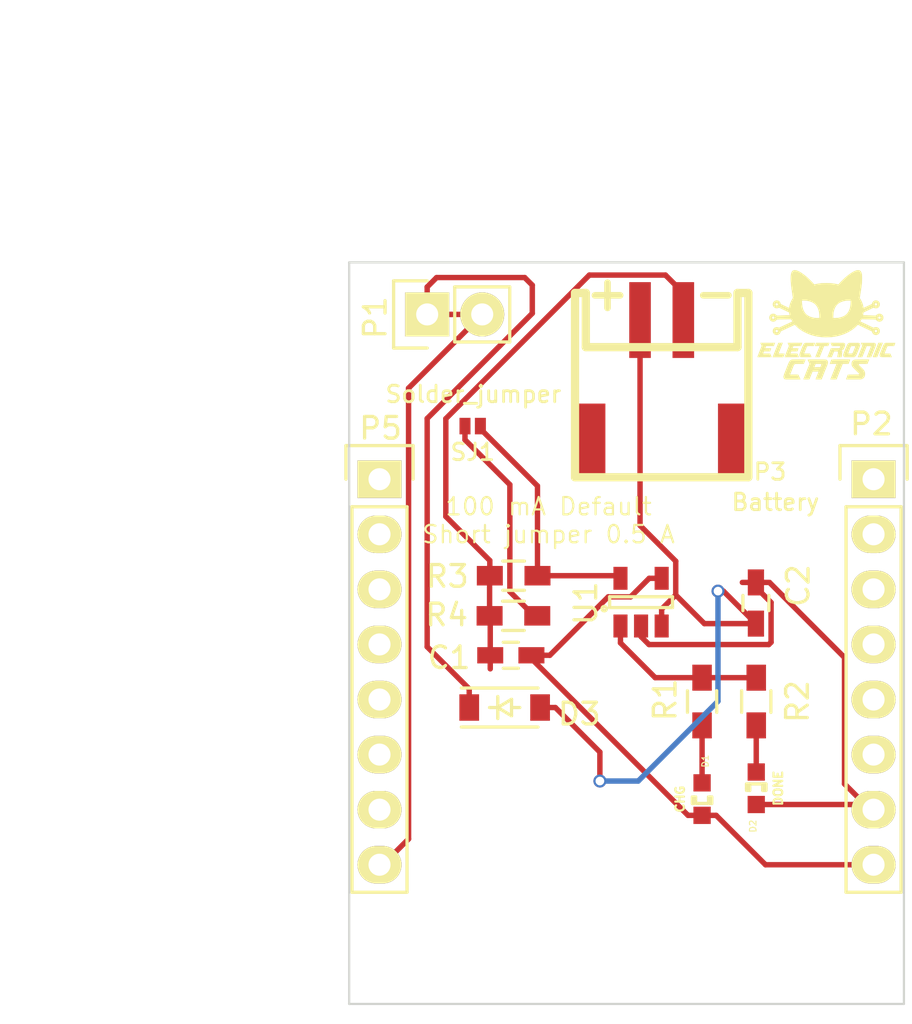
<source format=kicad_pcb>
(kicad_pcb (version 20221018) (generator pcbnew)
  (title_block (title "WemoBackpackLipo") (date "2016-05-07") (rev "1.2") (company "ElectronicCats") (comment 1 "Wero1414") (comment 2 "Sabas"))
  (layers (0 "F.Cu" signal) (31 "B.Cu" signal) (34 "B.Paste" user) (35 "F.Paste" user) (36 "B.SilkS" user "B.Silkscreen") (37 "F.SilkS" user "F.Silkscreen") (38 "B.Mask" user) (39 "F.Mask" user) (44 "Edge.Cuts" user))
  (net 0 "")
  (net 1 "+5V")
  (net 2 "GND")
  (net 3 "/VBat")
  (net 4 "+3V3")
  (net 5 "/TX")
  (net 6 "/RX")
  (net 7 "/D1")
  (net 8 "/D2")
  (net 9 "/D3")
  (net 10 "/D4")
  (net 11 "/RST")
  (net 12 "/A0")
  (net 13 "/D0")
  (net 14 "/D5")
  (net 15 "/D6")
  (net 16 "/D7")
  (net 17 "/D8")
  (net 18 "Net-(R1-Pad1)")
  (net 19 "Net-(D1-Pad1)")
  (net 20 "Net-(D2-Pad2)")
  (net 21 "Net-(R3-Pad2)")
  (net 22 "Net-(R4-Pad2)")
  (footprint "Capacitors_SMD:C_0603_HandSoldering" (layer "F.Cu") (at 141.46 112.92 180)
    (fp_text reference "C1" (at 2.85 -0.11 180) (layer "F.SilkS"))
    (fp_text value "10uF")
    (pad "1" smd rect (at -0.95 0 180) (size 1.2 0.75) (layers "F.Cu" "F.Paste" "F.Mask") (net 1 "+5V"))
    (pad "2" smd rect (at 0.95 0 180) (size 1.2 0.75) (layers "F.Cu" "F.Paste" "F.Mask") (net 2 "GND"))
  )
  (footprint "Capacitors_SMD:C_0603_HandSoldering" (layer "F.Cu") (at 152.77 110.51 90)
    (fp_text reference "C2" (at 0.8 1.95 90) (layer "F.SilkS"))
    (fp_text value "10uF")
    (pad "1" smd rect (at -0.95 0 90) (size 1.2 0.75) (layers "F.Cu" "F.Paste" "F.Mask") (net 3 "/VBat"))
    (pad "2" smd rect (at 0.95 0 90) (size 1.2 0.75) (layers "F.Cu" "F.Paste" "F.Mask") (net 2 "GND"))
  )
  (footprint "Diodes_SMD:SOD-123" (layer "F.Cu") (at 141.175 115.33)
    (fp_text reference "D3" (at 3.445 0.3) (layer "F.SilkS"))
    (fp_text value "MBR120")
    (pad "1" smd rect (at -1.635 0) (size 0.91 1.22) (layers "F.Cu" "F.Paste" "F.Mask") (net 4 "+3V3"))
    (pad "2" smd rect (at 1.635 0) (size 0.91 1.22) (layers "F.Cu" "F.Paste" "F.Mask") (net 3 "/VBat"))
  )
  (footprint "Pin_Headers:Pin_Header_Straight_1x02" (layer "F.Cu") (at 137.6 97.2 90)
    (fp_text reference "P1" (at -0.15 -2.4 90) (layer "F.SilkS"))
    (fp_text value "Switch")
    (pad "1" thru_hole rect (at 0 0 90) (size 2.032 2.032) (drill 1.016) (layers "*.Cu" "*.Mask" "F.SilkS") (net 4 "+3V3"))
    (pad "2" thru_hole oval (at 0 2.54 90) (size 2.032 2.032) (drill 1.016) (layers "*.Cu" "*.Mask" "F.SilkS") (net 4 "+3V3"))
  )
  (footprint "Pin_Headers:Pin_Header_Straight_1x08" (layer "F.Cu") (at 158.2 104.8)
    (fp_text reference "P2" (at -0.1 -2.55) (layer "F.SilkS"))
    (fp_text value "H2")
    (pad "1" thru_hole rect (at 0 0) (size 2.032 1.7272) (drill 1.016) (layers "*.Cu" "*.Mask" "F.SilkS") (net 5 "/TX"))
    (pad "2" thru_hole oval (at 0 2.54) (size 2.032 1.7272) (drill 1.016) (layers "*.Cu" "*.Mask" "F.SilkS") (net 6 "/RX"))
    (pad "3" thru_hole oval (at 0 5.08) (size 2.032 1.7272) (drill 1.016) (layers "*.Cu" "*.Mask" "F.SilkS") (net 7 "/D1"))
    (pad "4" thru_hole oval (at 0 7.62) (size 2.032 1.7272) (drill 1.016) (layers "*.Cu" "*.Mask" "F.SilkS") (net 8 "/D2"))
    (pad "5" thru_hole oval (at 0 10.16) (size 2.032 1.7272) (drill 1.016) (layers "*.Cu" "*.Mask" "F.SilkS") (net 9 "/D3"))
    (pad "6" thru_hole oval (at 0 12.7) (size 2.032 1.7272) (drill 1.016) (layers "*.Cu" "*.Mask" "F.SilkS") (net 10 "/D4"))
    (pad "7" thru_hole oval (at 0 15.24) (size 2.032 1.7272) (drill 1.016) (layers "*.Cu" "*.Mask" "F.SilkS") (net 2 "GND"))
    (pad "8" thru_hole oval (at 0 17.78) (size 2.032 1.7272) (drill 1.016) (layers "*.Cu" "*.Mask" "F.SilkS") (net 1 "+5V"))
  )
  (footprint "open-project:CONN_JST-2_SMD" (layer "F.Cu") (at 148.42178 104.70916)
    (fp_text reference "P3" (at 5 -0.25) (layer "F.SilkS") (effects (font (size 0.762 0.762) (thickness 0.127))))
    (fp_text value "Battery" (at 5.25 1.15) (layer "F.SilkS") (effects (font (size 0.762 0.762) (thickness 0.127))))
    (fp_text user "+" (at -2.49936 -8.49884) (layer "F.SilkS") (effects (font (size 1.524 1.524) (thickness 0.3048))))
    (fp_text user "-" (at 2.49936 -8.49884) (layer "F.SilkS") (effects (font (size 1.524 1.524) (thickness 0.3048))))
    (pad "" smd rect (at -3.34772 -1.69926) (size 1.4986 3.39598) (layers "F.Cu" "F.Paste" "F.Mask"))
    (pad "" smd rect (at 3.34772 -1.69926) (size 1.4986 3.39598) (layers "F.Cu" "F.Paste" "F.Mask"))
    (pad "1" smd rect (at -0.99822 -7.24916) (size 0.99568 3.49758) (layers "F.Cu" "F.Paste" "F.Mask") (net 3 "/VBat"))
    (pad "2" smd rect (at 0.99822 -7.24916) (size 0.99568 3.49758) (layers "F.Cu" "F.Paste" "F.Mask") (net 2 "GND"))
  )
  (footprint "Pin_Headers:Pin_Header_Straight_1x08" (layer "F.Cu") (at 135.4 104.8)
    (fp_text reference "P5" (at 0.05 -2.35) (layer "F.SilkS"))
    (fp_text value "H2")
    (pad "1" thru_hole rect (at 0 0) (size 2.032 1.7272) (drill 1.016) (layers "*.Cu" "*.Mask" "F.SilkS") (net 11 "/RST"))
    (pad "2" thru_hole oval (at 0 2.54) (size 2.032 1.7272) (drill 1.016) (layers "*.Cu" "*.Mask" "F.SilkS") (net 12 "/A0"))
    (pad "3" thru_hole oval (at 0 5.08) (size 2.032 1.7272) (drill 1.016) (layers "*.Cu" "*.Mask" "F.SilkS") (net 13 "/D0"))
    (pad "4" thru_hole oval (at 0 7.62) (size 2.032 1.7272) (drill 1.016) (layers "*.Cu" "*.Mask" "F.SilkS") (net 14 "/D5"))
    (pad "5" thru_hole oval (at 0 10.16) (size 2.032 1.7272) (drill 1.016) (layers "*.Cu" "*.Mask" "F.SilkS") (net 15 "/D6"))
    (pad "6" thru_hole oval (at 0 12.7) (size 2.032 1.7272) (drill 1.016) (layers "*.Cu" "*.Mask" "F.SilkS") (net 16 "/D7"))
    (pad "7" thru_hole oval (at 0 15.24) (size 2.032 1.7272) (drill 1.016) (layers "*.Cu" "*.Mask" "F.SilkS") (net 17 "/D8"))
    (pad "8" thru_hole oval (at 0 17.78) (size 2.032 1.7272) (drill 1.016) (layers "*.Cu" "*.Mask" "F.SilkS") (net 4 "+3V3"))
  )
  (footprint "Resistors_SMD:R_0603_HandSoldering" (layer "F.Cu") (at 150.28575 115.05315 -90)
    (fp_text reference "R1" (at -0.08315 1.70575 270) (layer "F.SilkS"))
    (fp_text value "1K")
    (pad "1" smd rect (at -1.1 0 270) (size 1.2 0.9) (layers "F.Cu" "F.Paste" "F.Mask") (net 18 "Net-(R1-Pad1)"))
    (pad "2" smd rect (at 1.1 0 270) (size 1.2 0.9) (layers "F.Cu" "F.Paste" "F.Mask") (net 19 "Net-(D1-Pad1)"))
  )
  (footprint "Resistors_SMD:R_0603_HandSoldering" (layer "F.Cu") (at 152.78575 115.05315 -90)
    (fp_text reference "R2" (at 0 -1.9 270) (layer "F.SilkS"))
    (fp_text value "1K")
    (pad "1" smd rect (at -1.1 0 270) (size 1.2 0.9) (layers "F.Cu" "F.Paste" "F.Mask") (net 18 "Net-(R1-Pad1)"))
    (pad "2" smd rect (at 1.1 0 270) (size 1.2 0.9) (layers "F.Cu" "F.Paste" "F.Mask") (net 20 "Net-(D2-Pad2)"))
  )
  (footprint "Resistors_SMD:R_0603_HandSoldering" (layer "F.Cu") (at 141.59 109.25)
    (fp_text reference "R3" (at -3.06 0.03) (layer "F.SilkS"))
    (fp_text value "10K")
    (pad "1" smd rect (at -1.1 0) (size 1.2 0.9) (layers "F.Cu" "F.Paste" "F.Mask") (net 2 "GND"))
    (pad "2" smd rect (at 1.1 0) (size 1.2 0.9) (layers "F.Cu" "F.Paste" "F.Mask") (net 21 "Net-(R3-Pad2)"))
  )
  (footprint "Resistors_SMD:R_0603_HandSoldering" (layer "F.Cu") (at 141.58 111.1)
    (fp_text reference "R4" (at -3.08 -0.04 180) (layer "F.SilkS"))
    (fp_text value "2.5K")
    (pad "1" smd rect (at -1.1 0) (size 1.2 0.9) (layers "F.Cu" "F.Paste" "F.Mask") (net 2 "GND"))
    (pad "2" smd rect (at 1.1 0) (size 1.2 0.9) (layers "F.Cu" "F.Paste" "F.Mask") (net 22 "Net-(R4-Pad2)"))
  )
  (footprint "open-project:S_JUMPER_2" (layer "F.Cu") (at 139.7 102.35 180)
    (fp_text reference "SJ1" (at 0 -1.2 180) (layer "F.SilkS") (effects (font (size 0.762 0.762) (thickness 0.127))))
    (fp_text value "Solder_jumper" (at -0.03 1.47 180) (layer "F.SilkS") (effects (font (size 0.762 0.762) (thickness 0.127))))
    (pad "1" smd rect (at -0.3556 0 180) (size 0.508 0.762) (layers "F.Cu" "F.Paste" "F.Mask") (net 21 "Net-(R3-Pad2)") (clearance 0.2032))
    (pad "2" smd rect (at 0.3556 0 180) (size 0.508 0.762) (layers "F.Cu" "F.Paste" "F.Mask") (net 22 "Net-(R4-Pad2)") (clearance 0.2032))
  )
  (footprint "TO_SOT_Packages_SMD:SOT-23-5" (layer "F.Cu") (at 147.47 110.47 90)
    (fp_text reference "U1" (at -0.05 -2.55 90) (layer "F.SilkS"))
    (fp_text value "MCP73831")
    (pad "1" smd rect (at -1.1 -0.95 90) (size 1.06 0.65) (layers "F.Cu" "F.Paste" "F.Mask") (net 18 "Net-(R1-Pad1)"))
    (pad "2" smd rect (at -1.1 0 90) (size 1.06 0.65) (layers "F.Cu" "F.Paste" "F.Mask") (net 2 "GND"))
    (pad "3" smd rect (at -1.1 0.95 90) (size 1.06 0.65) (layers "F.Cu" "F.Paste" "F.Mask") (net 3 "/VBat"))
    (pad "4" smd rect (at 1.1 0.95 90) (size 1.06 0.65) (layers "F.Cu" "F.Paste" "F.Mask") (net 1 "+5V"))
    (pad "5" smd rect (at 1.1 -0.95 90) (size 1.06 0.65) (layers "F.Cu" "F.Paste" "F.Mask") (net 21 "Net-(R3-Pad2)"))
  )
  (footprint "TM:LED-0603" (layer "F.Cu") (at 150.28575 119.55315 -90)
    (fp_text reference "D1" (at -1.75 -0.15 270) (layer "F.SilkS") (effects (font (size 0.3 0.3) (thickness 0.05))))
    (fp_text value "CHG" (at 0 1.016 270) (layer "F.SilkS") (effects (font (size 0.4 0.4) (thickness 0.1))))
    (pad "1" smd rect (at -0.7493 0 270) (size 0.79756 0.79756) (layers "F.Cu" "F.Paste" "F.Mask") (net 19 "Net-(D1-Pad1)"))
    (pad "2" smd rect (at 0.7493 0 270) (size 0.79756 0.79756) (layers "F.Cu" "F.Paste" "F.Mask") (net 1 "+5V"))
  )
  (footprint "TM:LED-0603" (layer "F.Cu") (at 152.78575 119.05315 90)
    (fp_text reference "D2" (at -1.75 -0.15 90) (layer "F.SilkS") (effects (font (size 0.3 0.3) (thickness 0.05))))
    (fp_text value "DONE" (at 0 1.016 90) (layer "F.SilkS") (effects (font (size 0.4 0.4) (thickness 0.1))))
    (pad "1" smd rect (at -0.7493 0 90) (size 0.79756 0.79756) (layers "F.Cu" "F.Paste" "F.Mask") (net 2 "GND"))
    (pad "2" smd rect (at 0.7493 0 90) (size 0.79756 0.79756) (layers "F.Cu" "F.Paste" "F.Mask") (net 20 "Net-(D2-Pad2)"))
  )
  (footprint "theinventorhouse:electronic_cats_logo_4x3" (layer "F.Cu") (at 156.02 97.68)
    (fp_text reference "G***" hide)
    (fp_text value "LOGO" hide)
  )
  (gr_line (start 134 94.8) (end 134 129) (stroke (width 0.1)) (layer "Edge.Cuts"))
  (gr_line (start 159.6 94.8) (end 134 94.8) (stroke (width 0.1)) (layer "Edge.Cuts"))
  (gr_line (start 134 129) (end 159.6 129) (stroke (width 0.1)) (layer "Edge.Cuts"))
  (gr_line (start 159.6 129) (end 159.6 94.8) (stroke (width 0.1)) (layer "Edge.Cuts"))
  (gr_text "100 mA Default\nShort jumper 0.5 A" (at 143.2 106.7) (layer "F.SilkS") (effects (font (size 0.8 0.8) (thickness 0.1))))
  (segment (start 150.28575 120.30245) (end 149.63697 120.30245) (width 0.25) (layer "F.Cu") (net 1))
  (segment (start 150.93453 120.30245) (end 153.21208 122.58) (width 0.25) (layer "F.Cu") (net 1))
  (segment (start 142.41 112.92) (end 143.26 112.92) (width 0.25) (layer "F.Cu") (net 1))
  (segment (start 149.63697 120.30245) (end 142.41 113.07548) (width 0.25) (layer "F.Cu") (net 1))
  (segment (start 145.954999 110.225001) (end 146.989999 110.225001) (width 0.25) (layer "F.Cu") (net 1))
  (segment (start 147.845 109.37) (end 148.42 109.37) (width 0.25) (layer "F.Cu") (net 1))
  (segment (start 142.41 113.07548) (end 142.41 112.92) (width 0.25) (layer "F.Cu") (net 1))
  (segment (start 156.934 122.58) (end 158.2 122.58) (width 0.25) (layer "F.Cu") (net 1))
  (segment (start 143.26 112.92) (end 145.954999 110.225001) (width 0.25) (layer "F.Cu") (net 1))
  (segment (start 153.21208 122.58) (end 156.934 122.58) (width 0.25) (layer "F.Cu") (net 1))
  (segment (start 150.28575 120.30245) (end 150.93453 120.30245) (width 0.25) (layer "F.Cu") (net 1))
  (segment (start 146.989999 110.225001) (end 147.845 109.37) (width 0.25) (layer "F.Cu") (net 1))
  (segment (start 152.78575 119.80245) (end 157.96245 119.80245) (width 0.25) (layer "F.Cu") (net 2))
  (segment (start 153.395 109.56) (end 156.85899 113.02399) (width 0.25) (layer "F.Cu") (net 2))
  (segment (start 145.082429 95.386209) (end 138.46 102.008638) (width 0.25) (layer "F.Cu") (net 2))
  (segment (start 149.42 97.46) (end 149.42 96.20905) (width 0.25) (layer "F.Cu") (net 2))
  (segment (start 140.48 109.26) (end 140.49 109.25) (width 0.25) (layer "F.Cu") (net 2))
  (segment (start 147.834999 112.425001) (end 153.365001 112.425001) (width 0.25) (layer "F.Cu") (net 2))
  (segment (start 157.96245 119.80245) (end 158.2 120.04) (width 0.25) (layer "F.Cu") (net 2))
  (segment (start 140.49 111.09) (end 140.48 111.1) (width 0.25) (layer "F.Cu") (net 2))
  (segment (start 149.42 96.20905) (end 148.597159 95.386209) (width 0.25) (layer "F.Cu") (net 2))
  (segment (start 140.51 111.13) (end 140.48 111.1) (width 0.25) (layer "F.Cu") (net 2))
  (segment (start 147.47 111.57) (end 147.47 112.060002) (width 0.25) (layer "F.Cu") (net 2))
  (segment (start 140.51 112.92) (end 140.51 111.13) (width 0.25) (layer "F.Cu") (net 2))
  (segment (start 156.85899 118.85139) (end 156.85899 113.02399) (width 0.25) (layer "F.Cu") (net 2))
  (segment (start 152.77 109.785) (end 152.77 109.56) (width 0.25) (layer "F.Cu") (net 2))
  (segment (start 148.597159 95.386209) (end 145.082429 95.386209) (width 0.25) (layer "F.Cu") (net 2))
  (segment (start 153.470001 112.320001) (end 153.470001 110.485001) (width 0.25) (layer "F.Cu") (net 2))
  (segment (start 152.77 109.56) (end 153.395 109.56) (width 0.25) (layer "F.Cu") (net 2))
  (segment (start 140.49 109.25) (end 140.49 108.55) (width 0.25) (layer "F.Cu") (net 2))
  (segment (start 158.0476 120.04) (end 156.85899 118.85139) (width 0.25) (layer "F.Cu") (net 2))
  (segment (start 158.2 120.04) (end 158.0476 120.04) (width 0.25) (layer "F.Cu") (net 2))
  (segment (start 140.51 113.545) (end 140.51 112.92) (width 0.25) (layer "F.Cu") (net 2))
  (segment (start 140.48 111.1) (end 140.48 109.26) (width 0.25) (layer "F.Cu") (net 2))
  (segment (start 147.47 112.060002) (end 147.834999 112.425001) (width 0.25) (layer "F.Cu") (net 2))
  (segment (start 153.365001 112.425001) (end 153.470001 112.320001) (width 0.25) (layer "F.Cu") (net 2))
  (segment (start 153.470001 110.485001) (end 152.77 109.785) (width 0.25) (layer "F.Cu") (net 2))
  (segment (start 152.145 109.56) (end 152.77 109.56) (width 0.25) (layer "F.Cu") (net 2))
  (segment (start 138.46 106.52) (end 138.46 102.008638) (width 0.25) (layer "F.Cu") (net 2))
  (segment (start 140.48 112.89) (end 140.51 112.92) (width 0.25) (layer "F.Cu") (net 2))
  (segment (start 140.49 108.55) (end 138.46 106.52) (width 0.25) (layer "F.Cu") (net 2))
  (segment (start 152.77 111.46) (end 150.390002 111.46) (width 0.25) (layer "F.Cu") (net 3))
  (segment (start 151.02 109.96) (end 151.27 109.96) (width 0.25) (layer "F.Cu") (net 3))
  (segment (start 145.57 117.385) (end 145.57 118.72) (width 0.25) (layer "F.Cu") (net 3))
  (segment (start 148.42 110.79) (end 148.42 111.57) (width 0.25) (layer "F.Cu") (net 3))
  (segment (start 143.515 115.33) (end 145.57 117.385) (width 0.25) (layer "F.Cu") (net 3))
  (segment (start 150.390002 111.46) (end 149.070001 110.139999) (width 0.25) (layer "F.Cu") (net 3))
  (segment (start 147.42356 97.46) (end 147.42356 106.933558) (width 0.25) (layer "F.Cu") (net 3))
  (segment (start 149.070001 108.579999) (end 149.070001 110.139999) (width 0.25) (layer "F.Cu") (net 3))
  (segment (start 149.070001 110.139999) (end 148.42 110.79) (width 0.25) (layer "F.Cu") (net 3))
  (segment (start 151.27 109.96) (end 152.77 111.46) (width 0.25) (layer "F.Cu") (net 3))
  (segment (start 148.42 111.57) (end 148.42 111.85) (width 0.25) (layer "F.Cu") (net 3))
  (segment (start 147.42356 106.933558) (end 149.070001 108.579999) (width 0.25) (layer "F.Cu") (net 3))
  (segment (start 142.81 115.33) (end 143.515 115.33) (width 0.25) (layer "F.Cu") (net 3))
  (via (at 151.02 109.96) (size 0.6) (drill 0.4) (layers "F.Cu" "B.Cu") (net 3))
  (via (at 145.57 118.72) (size 0.6) (drill 0.4) (layers "F.Cu" "B.Cu") (net 3))
  (segment (start 147.34 118.72) (end 151.02 115.04) (width 0.25) (layer "B.Cu") (net 3))
  (segment (start 151.02 115.04) (end 151.02 109.96) (width 0.25) (layer "B.Cu") (net 3))
  (segment (start 145.57 118.72) (end 147.34 118.72) (width 0.25) (layer "B.Cu") (net 3))
  (segment (start 142.1 95.5) (end 142.45 95.85) (width 0.25) (layer "F.Cu") (net 4))
  (segment (start 138.70316 97.2) (end 137.6 97.2) (width 0.25) (layer "F.Cu") (net 4))
  (segment (start 139.54 115.33) (end 139.54 114.47) (width 0.25) (layer "F.Cu") (net 4))
  (segment (start 138.034 95.5) (end 142.1 95.5) (width 0.25) (layer "F.Cu") (net 4))
  (segment (start 139.54 114.47) (end 137.6 112.53) (width 0.25) (layer "F.Cu") (net 4))
  (segment (start 135.5524 122.58) (end 135.4 122.58) (width 0.25) (layer "F.Cu") (net 4))
  (segment (start 137.6 112.53) (end 137.6 102) (width 0.25) (layer "F.Cu") (net 4))
  (segment (start 136.74101 100.59899) (end 136.74101 121.39139) (width 0.25) (layer "F.Cu") (net 4))
  (segment (start 136.74101 121.39139) (end 135.5524 122.58) (width 0.25) (layer "F.Cu") (net 4))
  (segment (start 137.6 95.934) (end 138.034 95.5) (width 0.25) (layer "F.Cu") (net 4))
  (segment (start 140.14 97.2) (end 136.74101 100.59899) (width 0.25) (layer "F.Cu") (net 4))
  (segment (start 137.6 97.2) (end 137.6 95.934) (width 0.25) (layer "F.Cu") (net 4))
  (segment (start 140.14 97.2) (end 138.70316 97.2) (width 0.25) (layer "F.Cu") (net 4))
  (segment (start 142.45 95.85) (end 142.45 97.15) (width 0.25) (layer "F.Cu") (net 4))
  (segment (start 142.45 97.15) (end 137.6 102) (width 0.25) (layer "F.Cu") (net 4))
  (segment (start 150.98575 113.95315) (end 152.78575 113.95315) (width 0.25) (layer "F.Cu") (net 18))
  (segment (start 148.12315 113.95315) (end 146.52 112.35) (width 0.25) (layer "F.Cu") (net 18))
  (segment (start 146.52 112.35) (end 146.52 111.57) (width 0.25) (layer "F.Cu") (net 18))
  (segment (start 150.28575 113.95315) (end 150.98575 113.95315) (width 0.25) (layer "F.Cu") (net 18))
  (segment (start 150.28575 113.95315) (end 148.12315 113.95315) (width 0.25) (layer "F.Cu") (net 18))
  (segment (start 150.28575 116.15315) (end 150.28575 118.80385) (width 0.25) (layer "F.Cu") (net 19))
  (segment (start 152.78575 116.15315) (end 152.78575 118.30385) (width 0.25) (layer "F.Cu") (net 20))
  (segment (start 140.0556 102.35) (end 140.0556 102.477) (width 0.25) (layer "F.Cu") (net 21))
  (segment (start 146.4 109.25) (end 146.52 109.37) (width 0.25) (layer "F.Cu") (net 21))
  (segment (start 142.69 108.55) (end 142.69 109.25) (width 0.25) (layer "F.Cu") (net 21))
  (segment (start 142.69 105.1114) (end 142.69 108.55) (width 0.25) (layer "F.Cu") (net 21))
  (segment (start 142.69 109.25) (end 146.4 109.25) (width 0.25) (layer "F.Cu") (net 21))
  (segment (start 140.0556 102.477) (end 142.69 105.1114) (width 0.25) (layer "F.Cu") (net 21))
  (segment (start 142.68 111.1) (end 142.53 111.1) (width 0.25) (layer "F.Cu") (net 22))
  (segment (start 141.415001 109.985001) (end 141.415001 105.051601) (width 0.25) (layer "F.Cu") (net 22))
  (segment (start 141.415001 105.051601) (end 139.3444 102.981) (width 0.25) (layer "F.Cu") (net 22))
  (segment (start 139.3444 102.981) (end 139.3444 102.35) (width 0.25) (layer "F.Cu") (net 22))
  (segment (start 142.53 111.1) (end 141.415001 109.985001) (width 0.25) (layer "F.Cu") (net 22))
)
</source>
